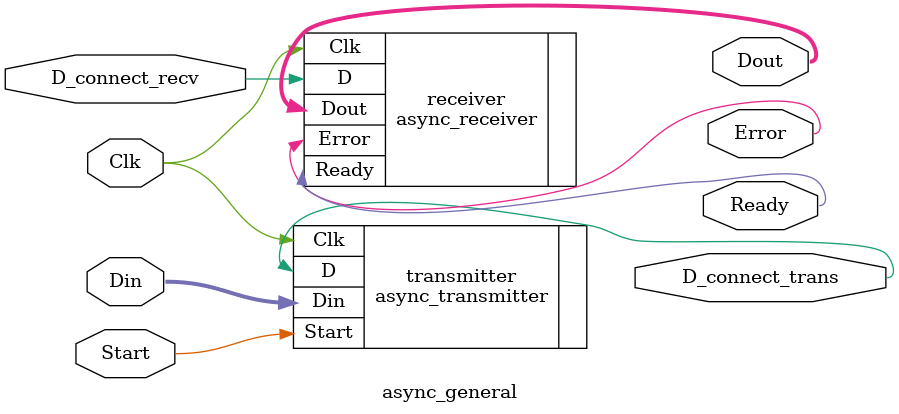
<source format=v>
module async_general(Clk, Din, Start, Dout, Ready, Error,
	D_connect_trans, D_connect_recv);
parameter data_bits = 6;
input Clk, Start;
input [data_bits-1:0] Din;
output Ready, Error;
output [data_bits-1:0] Dout;

output D_connect_trans;
input D_connect_recv;

async_transmitter transmitter(.Clk(Clk), .Din(Din),
	.Start(Start), .D(D_connect_trans));
async_receiver receiver(.Clk(Clk), .D(D_connect_recv),
	.Dout(Dout), .Ready(Ready), .Error(Error));

endmodule
</source>
